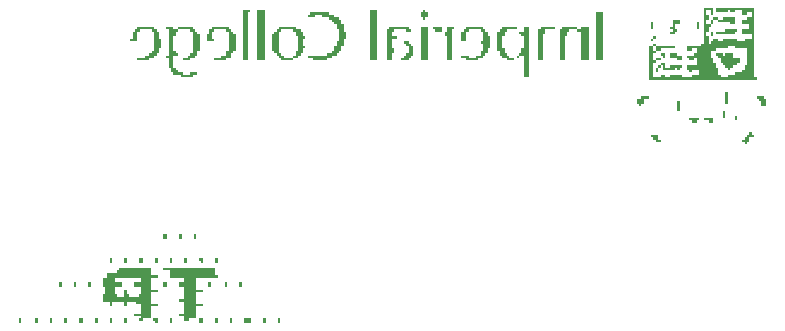
<source format=gbo>
G04*
G04 #@! TF.GenerationSoftware,Altium Limited,Altium Designer,19.1.6 (110)*
G04*
G04 Layer_Color=32896*
%FSLAX43Y43*%
%MOMM*%
G71*
G01*
G75*
G36*
X96172Y58822D02*
Y58619D01*
Y58416D01*
Y58212D01*
Y58009D01*
Y57806D01*
Y57603D01*
Y57400D01*
Y57196D01*
Y56993D01*
Y56790D01*
Y56587D01*
Y56384D01*
Y56180D01*
Y55977D01*
Y55774D01*
Y55571D01*
Y55368D01*
Y55164D01*
Y54961D01*
Y54758D01*
Y54555D01*
Y54352D01*
Y54148D01*
Y53945D01*
Y53742D01*
Y53539D01*
Y53336D01*
Y53132D01*
X96376D01*
Y52929D01*
X87232D01*
Y53132D01*
Y53336D01*
Y53539D01*
Y53742D01*
Y53945D01*
Y54148D01*
Y54352D01*
Y54555D01*
Y54758D01*
Y54961D01*
Y55164D01*
Y55368D01*
Y55571D01*
Y55774D01*
X87638D01*
Y55571D01*
Y55368D01*
X87841D01*
Y55164D01*
X87638D01*
Y54961D01*
Y54758D01*
Y54555D01*
X87841D01*
Y54352D01*
X87638D01*
Y54148D01*
Y53945D01*
Y53742D01*
Y53539D01*
Y53336D01*
Y53132D01*
X88248D01*
Y53336D01*
X88654D01*
Y53132D01*
X89060D01*
Y53336D01*
X90076D01*
Y53132D01*
X90889D01*
Y53336D01*
X91499D01*
Y53539D01*
Y53742D01*
X90889D01*
Y53539D01*
X90686D01*
Y53742D01*
X90483D01*
Y53945D01*
Y54148D01*
X91296D01*
Y54352D01*
Y54555D01*
Y54758D01*
X91092D01*
Y54555D01*
X90686D01*
Y54758D01*
X90483D01*
Y54961D01*
X91092D01*
Y55164D01*
X91296D01*
Y55368D01*
Y55571D01*
X90889D01*
Y55368D01*
X90483D01*
Y55571D01*
Y55774D01*
X91702D01*
Y55977D01*
X91905D01*
Y56180D01*
Y56384D01*
Y56587D01*
Y56790D01*
Y56993D01*
Y57196D01*
Y57400D01*
Y57603D01*
Y57806D01*
Y58009D01*
Y58212D01*
Y58416D01*
Y58619D01*
Y58822D01*
Y59025D01*
X92718D01*
Y58822D01*
Y58619D01*
Y58416D01*
X92515D01*
Y58619D01*
Y58822D01*
X92108D01*
Y58619D01*
Y58416D01*
X92312D01*
Y58212D01*
Y58009D01*
X92108D01*
Y57806D01*
Y57603D01*
X92515D01*
Y57400D01*
X92312D01*
Y57196D01*
Y56993D01*
X92108D01*
Y56790D01*
Y56587D01*
X92312D01*
Y56384D01*
Y56180D01*
Y55977D01*
X92515D01*
Y56180D01*
X92718D01*
Y56384D01*
X93124D01*
Y56180D01*
X93531D01*
Y56384D01*
X94750D01*
Y56180D01*
X95360D01*
Y56384D01*
X95969D01*
Y56587D01*
Y56790D01*
X95156D01*
Y56993D01*
Y57196D01*
X95766D01*
Y57400D01*
Y57603D01*
X95156D01*
Y57806D01*
Y58009D01*
X95563D01*
Y58212D01*
X95969D01*
Y58416D01*
Y58619D01*
X95563D01*
Y58416D01*
X95156D01*
Y58619D01*
Y58822D01*
X94547D01*
Y58619D01*
X94140D01*
Y58822D01*
X93937D01*
Y58619D01*
X92921D01*
Y58822D01*
Y59025D01*
X96172D01*
Y58822D01*
D02*
G37*
G36*
X94547Y58009D02*
Y57806D01*
Y57603D01*
X94140D01*
Y57806D01*
X93124D01*
Y58009D01*
X92718D01*
Y58212D01*
X93124D01*
Y58009D01*
X93531D01*
Y58212D01*
X94547D01*
Y58009D01*
D02*
G37*
G36*
X68334Y58619D02*
X68537D01*
Y58416D01*
Y58212D01*
X68334D01*
Y58009D01*
X68131D01*
Y58212D01*
X67928D01*
Y58416D01*
Y58619D01*
X68131D01*
Y58822D01*
X68334D01*
Y58619D01*
D02*
G37*
G36*
X92718Y57806D02*
Y57603D01*
X92515D01*
Y57806D01*
Y58009D01*
X92718D01*
Y57806D01*
D02*
G37*
G36*
X91499Y57603D02*
Y57400D01*
Y57196D01*
X91296D01*
Y57400D01*
Y57603D01*
Y57806D01*
X91499D01*
Y57603D01*
D02*
G37*
G36*
X87638D02*
Y57400D01*
Y57196D01*
X87435D01*
Y57400D01*
Y57603D01*
Y57806D01*
X87638D01*
Y57603D01*
D02*
G37*
G36*
X82152Y57196D02*
Y56993D01*
Y56790D01*
Y56587D01*
Y56384D01*
Y56180D01*
Y55977D01*
Y55774D01*
Y55571D01*
Y55368D01*
Y55164D01*
Y54961D01*
Y54758D01*
Y54555D01*
X81542D01*
Y54758D01*
Y54961D01*
Y55164D01*
Y55368D01*
Y55571D01*
Y55774D01*
Y55977D01*
Y56180D01*
Y56384D01*
Y56587D01*
Y56790D01*
Y56993D01*
X81136D01*
Y57196D01*
X80526D01*
Y56993D01*
X80323D01*
Y56790D01*
Y56587D01*
X80120D01*
Y56384D01*
Y56180D01*
Y55977D01*
Y55774D01*
Y55571D01*
Y55368D01*
Y55164D01*
Y54961D01*
Y54758D01*
Y54555D01*
X79713D01*
Y54758D01*
Y54961D01*
Y55164D01*
Y55368D01*
Y55571D01*
Y55774D01*
Y55977D01*
Y56180D01*
Y56384D01*
Y56587D01*
Y56790D01*
Y56993D01*
Y57196D01*
X79916D01*
Y57400D01*
X81136D01*
Y57196D01*
X81542D01*
Y57400D01*
X82152D01*
Y57196D01*
D02*
G37*
G36*
X69756D02*
Y56993D01*
X69147D01*
Y57196D01*
X68944D01*
Y57400D01*
X69756D01*
Y57196D01*
D02*
G37*
G36*
X66912D02*
X67115D01*
Y56993D01*
X66708D01*
Y57196D01*
X65692D01*
Y56993D01*
X65489D01*
Y56790D01*
Y56587D01*
X65896D01*
Y56384D01*
X65489D01*
Y56180D01*
Y55977D01*
Y55774D01*
Y55571D01*
X65692D01*
Y55368D01*
Y55164D01*
X65489D01*
Y54961D01*
Y54758D01*
Y54555D01*
X65083D01*
Y54758D01*
Y54961D01*
Y55164D01*
Y55368D01*
Y55571D01*
Y55774D01*
Y55977D01*
Y56180D01*
Y56384D01*
Y56587D01*
Y56790D01*
Y56993D01*
Y57196D01*
X65286D01*
Y57400D01*
X66912D01*
Y57196D01*
D02*
G37*
G36*
X94750Y56993D02*
X94547D01*
Y56790D01*
X92921D01*
Y56993D01*
X93734D01*
Y57196D01*
X94750D01*
Y56993D01*
D02*
G37*
G36*
X89873Y57806D02*
Y57603D01*
X89467D01*
Y57400D01*
Y57196D01*
X89670D01*
Y56993D01*
X89467D01*
Y56790D01*
X89060D01*
Y56993D01*
X89264D01*
Y57196D01*
X89060D01*
Y57400D01*
X89264D01*
Y57603D01*
Y57806D01*
Y58009D01*
X89873D01*
Y57806D01*
D02*
G37*
G36*
X92718Y56790D02*
Y56587D01*
X92515D01*
Y56790D01*
Y56993D01*
X92718D01*
Y56790D01*
D02*
G37*
G36*
X87841Y56384D02*
X87638D01*
Y56587D01*
X87841D01*
Y56384D01*
D02*
G37*
G36*
X87638Y56180D02*
X87435D01*
Y56384D01*
X87638D01*
Y56180D01*
D02*
G37*
G36*
X87841Y55774D02*
X89467D01*
Y55571D01*
X88248D01*
Y55368D01*
X87841D01*
Y55571D01*
Y55774D01*
X87638D01*
Y55977D01*
X87841D01*
Y55774D01*
D02*
G37*
G36*
X88654Y54961D02*
Y54758D01*
X88451D01*
Y54961D01*
X88248D01*
Y55164D01*
X88654D01*
Y54961D01*
D02*
G37*
G36*
X76259Y54758D02*
X76056D01*
Y54961D01*
X76259D01*
Y54758D01*
D02*
G37*
G36*
X73211Y57196D02*
X73414D01*
Y56993D01*
X73617D01*
Y56790D01*
Y56587D01*
X73820D01*
Y56384D01*
Y56180D01*
Y55977D01*
Y55774D01*
Y55571D01*
X73617D01*
Y55368D01*
Y55164D01*
X73414D01*
Y54961D01*
X73211D01*
Y54758D01*
X72804D01*
Y54555D01*
X71788D01*
Y54758D01*
X71382D01*
Y54961D01*
X71992D01*
Y54758D01*
X72601D01*
Y54961D01*
X73008D01*
Y55164D01*
Y55368D01*
X73211D01*
Y55571D01*
Y55774D01*
Y55977D01*
X73008D01*
Y56180D01*
X73211D01*
Y56384D01*
Y56587D01*
Y56790D01*
Y56993D01*
X73008D01*
Y57196D01*
X71992D01*
Y56993D01*
X71788D01*
Y56790D01*
Y56587D01*
Y56384D01*
Y56180D01*
X71382D01*
Y56384D01*
Y56587D01*
Y56790D01*
Y56993D01*
X71585D01*
Y57196D01*
X71788D01*
Y57400D01*
X73211D01*
Y57196D01*
D02*
G37*
G36*
X57361D02*
X57768D01*
Y56993D01*
X57971D01*
Y56790D01*
Y56587D01*
X58174D01*
Y56384D01*
X57971D01*
Y56180D01*
Y55977D01*
Y55774D01*
X58174D01*
Y55571D01*
X57971D01*
Y55368D01*
Y55164D01*
X57768D01*
Y54961D01*
X57564D01*
Y54758D01*
X57158D01*
Y54961D01*
X57361D01*
Y55164D01*
Y55368D01*
X57564D01*
Y55571D01*
Y55774D01*
Y55977D01*
Y56180D01*
Y56384D01*
Y56587D01*
X57361D01*
Y56790D01*
Y56993D01*
X57158D01*
Y57196D01*
X56142D01*
Y56993D01*
X55939D01*
Y56790D01*
Y56587D01*
Y56384D01*
Y56180D01*
Y55977D01*
Y55774D01*
Y55571D01*
Y55368D01*
Y55164D01*
X56142D01*
Y54961D01*
X56345D01*
Y54758D01*
X57158D01*
Y54555D01*
X56142D01*
Y54758D01*
X55939D01*
Y54961D01*
X55736D01*
Y55164D01*
X55532D01*
Y55368D01*
X55329D01*
Y55571D01*
Y55774D01*
Y55977D01*
Y56180D01*
Y56384D01*
Y56587D01*
Y56790D01*
X55532D01*
Y56993D01*
X55736D01*
Y57196D01*
X55939D01*
Y57400D01*
X57361D01*
Y57196D01*
D02*
G37*
G36*
X89670Y54961D02*
X90076D01*
Y54758D01*
Y54555D01*
X89670D01*
Y54758D01*
X89060D01*
Y54961D01*
Y55164D01*
X89670D01*
Y54961D01*
D02*
G37*
G36*
X88248Y54555D02*
X87841D01*
Y54758D01*
X88248D01*
Y54555D01*
D02*
G37*
G36*
X83371Y58416D02*
Y58212D01*
Y58009D01*
Y57806D01*
Y57603D01*
Y57400D01*
Y57196D01*
Y56993D01*
Y56790D01*
Y56587D01*
Y56384D01*
Y56180D01*
Y55977D01*
Y55774D01*
Y55571D01*
Y55368D01*
Y55164D01*
Y54961D01*
Y54758D01*
Y54555D01*
X82761D01*
Y54758D01*
Y54961D01*
Y55164D01*
Y55368D01*
Y55571D01*
Y55774D01*
Y55977D01*
Y56180D01*
Y56384D01*
Y56587D01*
Y56790D01*
Y56993D01*
Y57196D01*
Y57400D01*
Y57603D01*
Y57806D01*
Y58009D01*
Y58212D01*
Y58416D01*
Y58619D01*
X83371D01*
Y58416D01*
D02*
G37*
G36*
X79307Y57196D02*
X78494D01*
Y56993D01*
Y56790D01*
X78291D01*
Y56587D01*
Y56384D01*
Y56180D01*
Y55977D01*
Y55774D01*
Y55571D01*
Y55368D01*
Y55164D01*
Y54961D01*
Y54758D01*
Y54555D01*
X77884D01*
Y54758D01*
Y54961D01*
Y55164D01*
Y55368D01*
Y55571D01*
Y55774D01*
Y55977D01*
Y56180D01*
Y56384D01*
Y56587D01*
Y56790D01*
Y56993D01*
Y57196D01*
X78088D01*
Y57400D01*
X79307D01*
Y57196D01*
D02*
G37*
G36*
X76056D02*
X75243D01*
Y56993D01*
X75040D01*
Y56790D01*
Y56587D01*
X74836D01*
Y56384D01*
Y56180D01*
Y55977D01*
Y55774D01*
Y55571D01*
X75040D01*
Y55368D01*
Y55164D01*
X75243D01*
Y54961D01*
X75446D01*
Y54758D01*
X75852D01*
Y54555D01*
X75243D01*
Y54758D01*
X74836D01*
Y54961D01*
X74633D01*
Y55164D01*
Y55368D01*
X74430D01*
Y55571D01*
Y55774D01*
Y55977D01*
Y56180D01*
Y56384D01*
Y56587D01*
Y56790D01*
Y56993D01*
X74633D01*
Y57196D01*
X74836D01*
Y57400D01*
X76056D01*
Y57196D01*
D02*
G37*
G36*
X70772D02*
X70569D01*
Y56993D01*
Y56790D01*
Y56587D01*
Y56384D01*
Y56180D01*
Y55977D01*
Y55774D01*
Y55571D01*
Y55368D01*
Y55164D01*
Y54961D01*
Y54758D01*
Y54555D01*
X70163D01*
Y54758D01*
Y54961D01*
Y55164D01*
Y55368D01*
Y55571D01*
Y55774D01*
Y55977D01*
Y56180D01*
Y56384D01*
Y56587D01*
X69960D01*
Y56790D01*
Y56993D01*
X70163D01*
Y57196D01*
Y57400D01*
X70772D01*
Y57196D01*
D02*
G37*
G36*
X68537D02*
Y56993D01*
Y56790D01*
Y56587D01*
Y56384D01*
Y56180D01*
Y55977D01*
Y55774D01*
Y55571D01*
Y55368D01*
Y55164D01*
Y54961D01*
Y54758D01*
Y54555D01*
X67928D01*
Y54758D01*
Y54961D01*
Y55164D01*
Y55368D01*
Y55571D01*
Y55774D01*
Y55977D01*
Y56180D01*
Y56384D01*
Y56587D01*
Y56790D01*
Y56993D01*
Y57196D01*
Y57400D01*
X68537D01*
Y57196D01*
D02*
G37*
G36*
X66912Y55977D02*
X67115D01*
Y55774D01*
X67318D01*
Y55571D01*
Y55368D01*
Y55164D01*
Y54961D01*
X67115D01*
Y54758D01*
X66912D01*
Y54555D01*
X66302D01*
Y54758D01*
X66505D01*
Y54961D01*
X66708D01*
Y55164D01*
X66912D01*
Y55368D01*
Y55571D01*
Y55774D01*
X66708D01*
Y55977D01*
X66505D01*
Y56180D01*
X66912D01*
Y55977D01*
D02*
G37*
G36*
X64270Y58619D02*
Y58416D01*
Y58212D01*
Y58009D01*
Y57806D01*
Y57603D01*
Y57400D01*
Y57196D01*
Y56993D01*
Y56790D01*
Y56587D01*
Y56384D01*
Y56180D01*
Y55977D01*
Y55774D01*
Y55571D01*
Y55368D01*
Y55164D01*
Y54961D01*
Y54758D01*
Y54555D01*
X63660D01*
Y54758D01*
Y54961D01*
Y55164D01*
Y55368D01*
Y55571D01*
Y55774D01*
Y55977D01*
Y56180D01*
Y56384D01*
Y56587D01*
Y56790D01*
Y56993D01*
Y57196D01*
Y57400D01*
Y57603D01*
Y57806D01*
Y58009D01*
Y58212D01*
Y58416D01*
Y58619D01*
Y58822D01*
X64270D01*
Y58619D01*
D02*
G37*
G36*
X60206Y58416D02*
X60612D01*
Y58212D01*
X61019D01*
Y58009D01*
X61222D01*
Y57806D01*
Y57603D01*
X61425D01*
Y57400D01*
Y57196D01*
Y56993D01*
X61628D01*
Y56790D01*
Y56587D01*
Y56384D01*
X61425D01*
Y56180D01*
Y55977D01*
Y55774D01*
X61222D01*
Y55571D01*
Y55368D01*
X61019D01*
Y55164D01*
X60816D01*
Y54961D01*
X60409D01*
Y54758D01*
X60003D01*
Y54555D01*
X58784D01*
Y54758D01*
X58377D01*
Y54961D01*
X60003D01*
Y55164D01*
X60409D01*
Y55368D01*
X60612D01*
Y55571D01*
Y55774D01*
X60816D01*
Y55977D01*
Y56180D01*
X61019D01*
Y56384D01*
Y56587D01*
Y56790D01*
Y56993D01*
Y57196D01*
X60816D01*
Y57400D01*
Y57603D01*
X60612D01*
Y57806D01*
X60409D01*
Y58009D01*
X60206D01*
Y58212D01*
X59596D01*
Y58416D01*
X58987D01*
Y58212D01*
X58377D01*
Y58416D01*
X58580D01*
Y58619D01*
X60206D01*
Y58416D01*
D02*
G37*
G36*
X54720Y58619D02*
Y58416D01*
Y58212D01*
Y58009D01*
Y57806D01*
Y57603D01*
Y57400D01*
Y57196D01*
Y56993D01*
Y56790D01*
Y56587D01*
Y56384D01*
Y56180D01*
Y55977D01*
Y55774D01*
Y55571D01*
Y55368D01*
Y55164D01*
Y54961D01*
Y54758D01*
Y54555D01*
X54110D01*
Y54758D01*
Y54961D01*
Y55164D01*
Y55368D01*
Y55571D01*
Y55774D01*
Y55977D01*
Y56180D01*
Y56384D01*
Y56587D01*
Y56790D01*
Y56993D01*
Y57196D01*
Y57400D01*
Y57603D01*
Y57806D01*
Y58009D01*
Y58212D01*
Y58416D01*
Y58619D01*
Y58822D01*
X54720D01*
Y58619D01*
D02*
G37*
G36*
X53500D02*
X53297D01*
Y58416D01*
Y58212D01*
Y58009D01*
Y57806D01*
Y57603D01*
Y57400D01*
Y57196D01*
Y56993D01*
Y56790D01*
Y56587D01*
Y56384D01*
Y56180D01*
Y55977D01*
Y55774D01*
Y55571D01*
Y55368D01*
Y55164D01*
Y54961D01*
Y54758D01*
Y54555D01*
X52891D01*
Y54758D01*
Y54961D01*
Y55164D01*
Y55368D01*
Y55571D01*
Y55774D01*
Y55977D01*
Y56180D01*
Y56384D01*
Y56587D01*
Y56790D01*
Y56993D01*
Y57196D01*
Y57400D01*
Y57603D01*
Y57806D01*
Y58009D01*
Y58212D01*
Y58416D01*
Y58619D01*
Y58822D01*
X53500D01*
Y58619D01*
D02*
G37*
G36*
X51672Y57196D02*
X51875D01*
Y56993D01*
X52078D01*
Y56790D01*
X52281D01*
Y56587D01*
Y56384D01*
Y56180D01*
Y55977D01*
Y55774D01*
Y55571D01*
Y55368D01*
X52078D01*
Y55164D01*
X51875D01*
Y54961D01*
Y54758D01*
X51468D01*
Y54555D01*
X50452D01*
Y54758D01*
X51062D01*
Y54961D01*
X51468D01*
Y55164D01*
Y55368D01*
X51672D01*
Y55571D01*
Y55774D01*
Y55977D01*
Y56180D01*
Y56384D01*
Y56587D01*
Y56790D01*
Y56993D01*
X51468D01*
Y57196D01*
X50452D01*
Y56993D01*
X50249D01*
Y56790D01*
Y56587D01*
Y56384D01*
X50452D01*
Y56180D01*
X49843D01*
Y56384D01*
Y56587D01*
Y56790D01*
X50046D01*
Y56993D01*
Y57196D01*
X50249D01*
Y57400D01*
X51672D01*
Y57196D01*
D02*
G37*
G36*
X48624D02*
X48827D01*
Y56993D01*
X49030D01*
Y56790D01*
X49233D01*
Y56587D01*
Y56384D01*
Y56180D01*
Y55977D01*
Y55774D01*
Y55571D01*
Y55368D01*
X49030D01*
Y55164D01*
Y54961D01*
X48827D01*
Y54758D01*
X48420D01*
Y54555D01*
X47811D01*
Y54758D01*
X48217D01*
Y54961D01*
X48420D01*
Y55164D01*
X48624D01*
Y55368D01*
Y55571D01*
Y55774D01*
Y55977D01*
Y56180D01*
Y56384D01*
Y56587D01*
Y56790D01*
Y56993D01*
X48420D01*
Y57196D01*
X47404D01*
Y57400D01*
X48624D01*
Y57196D01*
D02*
G37*
G36*
X45372D02*
X45576D01*
Y56993D01*
X45779D01*
Y56790D01*
Y56587D01*
Y56384D01*
X45982D01*
Y56180D01*
Y55977D01*
Y55774D01*
Y55571D01*
X45779D01*
Y55368D01*
Y55164D01*
X45576D01*
Y54961D01*
X45372D01*
Y54758D01*
X44966D01*
Y54555D01*
X43950D01*
Y54758D01*
X44560D01*
Y54961D01*
X44966D01*
Y55164D01*
X45169D01*
Y55368D01*
X45372D01*
Y55571D01*
Y55774D01*
Y55977D01*
Y56180D01*
Y56384D01*
Y56587D01*
Y56790D01*
Y56993D01*
X45169D01*
Y57196D01*
X44153D01*
Y56993D01*
X43950D01*
Y56790D01*
Y56587D01*
Y56384D01*
Y56180D01*
X43340D01*
Y56384D01*
X43544D01*
Y56587D01*
Y56790D01*
Y56993D01*
X43747D01*
Y57196D01*
X43950D01*
Y57400D01*
X45372D01*
Y57196D01*
D02*
G37*
G36*
X88248Y53945D02*
X88044D01*
Y54148D01*
X88248D01*
Y53945D01*
D02*
G37*
G36*
X88654Y54148D02*
Y53945D01*
X89060D01*
Y54148D01*
X90076D01*
Y53945D01*
X89873D01*
Y53742D01*
X89670D01*
Y53945D01*
X89467D01*
Y53742D01*
X88451D01*
Y53945D01*
Y54148D01*
X88248D01*
Y54352D01*
X88654D01*
Y54148D01*
D02*
G37*
G36*
X88044Y53742D02*
Y53539D01*
X87841D01*
Y53742D01*
Y53945D01*
X88044D01*
Y53742D01*
D02*
G37*
G36*
X77072Y57196D02*
Y56993D01*
Y56790D01*
Y56587D01*
Y56384D01*
Y56180D01*
Y55977D01*
Y55774D01*
Y55571D01*
Y55368D01*
Y55164D01*
Y54961D01*
Y54758D01*
Y54555D01*
Y54352D01*
Y54148D01*
Y53945D01*
Y53742D01*
Y53539D01*
Y53336D01*
Y53132D01*
X76665D01*
Y53336D01*
Y53539D01*
Y53742D01*
Y53945D01*
Y54148D01*
Y54352D01*
Y54555D01*
Y54758D01*
Y54961D01*
X76259D01*
Y55164D01*
X76462D01*
Y55368D01*
Y55571D01*
X76665D01*
Y55774D01*
Y55977D01*
Y56180D01*
Y56384D01*
Y56587D01*
X76462D01*
Y56790D01*
X76259D01*
Y56993D01*
X76665D01*
Y57196D01*
Y57400D01*
X77072D01*
Y57196D01*
D02*
G37*
G36*
X46998D02*
X47404D01*
Y56993D01*
X47201D01*
Y56790D01*
Y56587D01*
X46998D01*
Y56384D01*
Y56180D01*
Y55977D01*
Y55774D01*
Y55571D01*
Y55368D01*
X47201D01*
Y55164D01*
X47404D01*
Y54961D01*
X46998D01*
Y54758D01*
Y54555D01*
Y54352D01*
Y54148D01*
Y53945D01*
X47201D01*
Y53742D01*
X47404D01*
Y53539D01*
X47811D01*
Y53336D01*
X48420D01*
Y53539D01*
X49030D01*
Y53336D01*
X48624D01*
Y53132D01*
X47608D01*
Y53336D01*
X46998D01*
Y53539D01*
X46795D01*
Y53742D01*
Y53945D01*
X46592D01*
Y54148D01*
Y54352D01*
Y54555D01*
Y54758D01*
X46388D01*
Y54961D01*
X46592D01*
Y55164D01*
Y55368D01*
Y55571D01*
Y55774D01*
Y55977D01*
Y56180D01*
Y56384D01*
Y56587D01*
Y56790D01*
Y56993D01*
Y57196D01*
X46388D01*
Y57400D01*
X46998D01*
Y57196D01*
D02*
G37*
G36*
X93937Y51710D02*
Y51507D01*
Y51304D01*
Y51100D01*
Y50897D01*
X93734D01*
Y51100D01*
Y51304D01*
Y51507D01*
Y51710D01*
Y51913D01*
X93937D01*
Y51710D01*
D02*
G37*
G36*
X96985Y51304D02*
X97188D01*
Y51100D01*
Y50897D01*
Y50694D01*
X96782D01*
Y50897D01*
Y51100D01*
X96579D01*
Y51304D01*
X96376D01*
Y51507D01*
X96985D01*
Y51304D01*
D02*
G37*
G36*
X87232D02*
X86825D01*
Y51100D01*
Y50897D01*
X86622D01*
Y50694D01*
X86419D01*
Y50897D01*
X86216D01*
Y51100D01*
Y51304D01*
X86622D01*
Y51507D01*
X87232D01*
Y51304D01*
D02*
G37*
G36*
X89873Y50897D02*
Y50694D01*
Y50491D01*
Y50288D01*
X89670D01*
Y50491D01*
Y50694D01*
Y50897D01*
Y51100D01*
X89873D01*
Y50897D01*
D02*
G37*
G36*
X93734Y50084D02*
Y49881D01*
Y49678D01*
X93531D01*
Y49881D01*
Y50084D01*
Y50288D01*
X93734D01*
Y50084D01*
D02*
G37*
G36*
X94750Y49678D02*
Y49475D01*
X94547D01*
Y49678D01*
Y49881D01*
X94750D01*
Y49678D01*
D02*
G37*
G36*
X92718Y49475D02*
Y49272D01*
X92312D01*
Y49475D01*
X91905D01*
Y49678D01*
X92718D01*
Y49475D01*
D02*
G37*
G36*
X91499D02*
X91296D01*
Y49272D01*
X90889D01*
Y49475D01*
X90686D01*
Y49678D01*
X91499D01*
Y49475D01*
D02*
G37*
G36*
X88044Y48052D02*
Y47849D01*
X88248D01*
Y47646D01*
X87841D01*
Y47849D01*
X87638D01*
Y48052D01*
X87435D01*
Y48256D01*
X88044D01*
Y48052D01*
D02*
G37*
G36*
X95969Y48256D02*
X96172D01*
Y48052D01*
X95766D01*
Y47849D01*
Y47646D01*
X95563D01*
Y47443D01*
X95360D01*
Y47646D01*
X95156D01*
Y47849D01*
X95360D01*
Y48052D01*
X95563D01*
Y48256D01*
X95766D01*
Y48459D01*
X95969D01*
Y48256D01*
D02*
G37*
G36*
X48937Y39624D02*
Y39421D01*
X48734D01*
Y39624D01*
Y39827D01*
X48937D01*
Y39624D01*
D02*
G37*
G36*
X47718D02*
Y39421D01*
X47514D01*
Y39624D01*
Y39827D01*
X47718D01*
Y39624D01*
D02*
G37*
G36*
X46498D02*
Y39421D01*
X46092D01*
Y39624D01*
Y39827D01*
X46498D01*
Y39624D01*
D02*
G37*
G36*
X50766Y37592D02*
Y37389D01*
X50562D01*
Y37592D01*
Y37795D01*
X50766D01*
Y37592D01*
D02*
G37*
G36*
X49546D02*
Y37389D01*
X49343D01*
Y37592D01*
X49140D01*
Y37795D01*
X49546D01*
Y37592D01*
D02*
G37*
G36*
X48124D02*
Y37389D01*
X47921D01*
Y37592D01*
Y37795D01*
X48124D01*
Y37592D01*
D02*
G37*
G36*
X46905D02*
Y37389D01*
X46702D01*
Y37592D01*
Y37795D01*
X46905D01*
Y37592D01*
D02*
G37*
G36*
X45686D02*
Y37389D01*
X45482D01*
Y37592D01*
Y37795D01*
X45686D01*
Y37592D01*
D02*
G37*
G36*
X44466D02*
Y37389D01*
X44060D01*
Y37592D01*
Y37795D01*
X44466D01*
Y37592D01*
D02*
G37*
G36*
X43044D02*
Y37389D01*
X42841D01*
Y37592D01*
Y37795D01*
X43044D01*
Y37592D01*
D02*
G37*
G36*
X41825D02*
Y37389D01*
X41622D01*
Y37592D01*
Y37795D01*
X41825D01*
Y37592D01*
D02*
G37*
G36*
X52798Y35560D02*
Y35357D01*
X52594D01*
Y35560D01*
Y35763D01*
X52798D01*
Y35560D01*
D02*
G37*
G36*
X51578D02*
Y35357D01*
X51375D01*
Y35560D01*
Y35763D01*
X51578D01*
Y35560D01*
D02*
G37*
G36*
X50156D02*
Y35357D01*
X49953D01*
Y35560D01*
Y35763D01*
X50156D01*
Y35560D01*
D02*
G37*
G36*
X46498D02*
Y35357D01*
X46092D01*
Y35560D01*
Y35763D01*
X46498D01*
Y35560D01*
D02*
G37*
G36*
X39996D02*
Y35357D01*
X39793D01*
Y35560D01*
Y35763D01*
X39996D01*
Y35560D01*
D02*
G37*
G36*
X38777D02*
Y35357D01*
X38574D01*
Y35560D01*
Y35763D01*
X38777D01*
Y35560D01*
D02*
G37*
G36*
X37558D02*
Y35357D01*
X37354D01*
Y35560D01*
Y35763D01*
X37558D01*
Y35560D01*
D02*
G37*
G36*
X50562Y36779D02*
Y36576D01*
Y36373D01*
X50766D01*
Y36170D01*
X48937D01*
Y35966D01*
Y35763D01*
Y35560D01*
Y35357D01*
Y35154D01*
X49546D01*
Y34950D01*
X48937D01*
Y34747D01*
Y34544D01*
Y34341D01*
Y34138D01*
Y33934D01*
X49546D01*
Y33731D01*
X48937D01*
Y33528D01*
Y33325D01*
Y33122D01*
Y32918D01*
Y32715D01*
X48327D01*
Y32512D01*
X47921D01*
Y32715D01*
Y32918D01*
X47514D01*
Y33122D01*
X47921D01*
Y33325D01*
Y33528D01*
Y33731D01*
Y33934D01*
Y34138D01*
X47514D01*
Y34341D01*
X47921D01*
Y34544D01*
Y34747D01*
Y34950D01*
Y35154D01*
Y35357D01*
X47514D01*
Y35560D01*
Y35763D01*
X47921D01*
Y35966D01*
Y36170D01*
X46702D01*
Y36373D01*
Y36576D01*
Y36779D01*
X46092D01*
Y36982D01*
X50562D01*
Y36779D01*
D02*
G37*
G36*
X45076D02*
Y36576D01*
Y36373D01*
X45686D01*
Y36170D01*
X45076D01*
Y35966D01*
Y35763D01*
Y35560D01*
Y35357D01*
Y35154D01*
X45686D01*
Y34950D01*
X45076D01*
Y34747D01*
Y34544D01*
Y34341D01*
Y34138D01*
Y33934D01*
X45686D01*
Y33731D01*
X45076D01*
Y33528D01*
Y33325D01*
Y33122D01*
Y32918D01*
Y32715D01*
X44466D01*
Y32512D01*
X44060D01*
Y32715D01*
X44263D01*
Y32918D01*
X43654D01*
Y33122D01*
X44263D01*
Y33325D01*
Y33528D01*
Y33731D01*
Y33934D01*
X43857D01*
Y34138D01*
X43044D01*
Y33934D01*
Y33731D01*
X42841D01*
Y33934D01*
Y34138D01*
X41825D01*
Y33934D01*
Y33731D01*
X41622D01*
Y33934D01*
Y34138D01*
X41012D01*
Y34341D01*
Y34544D01*
Y34747D01*
X41215D01*
Y34950D01*
Y35154D01*
Y35357D01*
X41012D01*
Y35560D01*
Y35763D01*
Y35966D01*
Y36170D01*
X41418D01*
Y36373D01*
Y36576D01*
X42231D01*
Y36779D01*
X42434D01*
Y36982D01*
X45076D01*
Y36779D01*
D02*
G37*
G36*
X56049Y32512D02*
Y32309D01*
X55846D01*
Y32512D01*
Y32715D01*
X56049D01*
Y32512D01*
D02*
G37*
G36*
X54830D02*
Y32309D01*
X54626D01*
Y32512D01*
Y32715D01*
X54830D01*
Y32512D01*
D02*
G37*
G36*
X53610D02*
Y32309D01*
X53001D01*
Y32512D01*
Y32715D01*
X53610D01*
Y32512D01*
D02*
G37*
G36*
X51985D02*
Y32309D01*
X51782D01*
Y32512D01*
Y32715D01*
X51985D01*
Y32512D01*
D02*
G37*
G36*
X50766D02*
Y32309D01*
X50562D01*
Y32512D01*
Y32715D01*
X50766D01*
Y32512D01*
D02*
G37*
G36*
X49546D02*
Y32309D01*
X49140D01*
Y32512D01*
Y32715D01*
X49546D01*
Y32512D01*
D02*
G37*
G36*
X46905D02*
Y32309D01*
X46702D01*
Y32512D01*
Y32715D01*
X46905D01*
Y32512D01*
D02*
G37*
G36*
X45686D02*
Y32309D01*
X45482D01*
Y32512D01*
X45279D01*
Y32715D01*
X45686D01*
Y32512D01*
D02*
G37*
G36*
X43044D02*
Y32309D01*
X42841D01*
Y32512D01*
Y32715D01*
X43044D01*
Y32512D01*
D02*
G37*
G36*
X41825D02*
Y32309D01*
X41622D01*
Y32512D01*
Y32715D01*
X41825D01*
Y32512D01*
D02*
G37*
G36*
X40606D02*
Y32309D01*
X40402D01*
Y32512D01*
Y32715D01*
X40606D01*
Y32512D01*
D02*
G37*
G36*
X39386D02*
Y32309D01*
X38980D01*
Y32512D01*
Y32715D01*
X39386D01*
Y32512D01*
D02*
G37*
G36*
X37964D02*
Y32309D01*
X37761D01*
Y32512D01*
Y32715D01*
X37964D01*
Y32512D01*
D02*
G37*
G36*
X36745D02*
Y32309D01*
X36542D01*
Y32512D01*
Y32715D01*
X36745D01*
Y32512D01*
D02*
G37*
G36*
X35526D02*
Y32309D01*
X35322D01*
Y32512D01*
Y32715D01*
X35526D01*
Y32512D01*
D02*
G37*
G36*
X34103D02*
Y32309D01*
X33900D01*
Y32512D01*
Y32715D01*
X34103D01*
Y32512D01*
D02*
G37*
%LPC*%
G36*
X94547Y55774D02*
X93937D01*
Y55571D01*
X92921D01*
Y55368D01*
X92515D01*
Y55164D01*
Y54961D01*
Y54758D01*
X92718D01*
Y54555D01*
Y54352D01*
X92921D01*
Y54148D01*
Y53945D01*
X93124D01*
Y53742D01*
Y53539D01*
Y53336D01*
X93328D01*
Y53132D01*
X93937D01*
Y53336D01*
X94547D01*
Y53539D01*
X95156D01*
Y53742D01*
X95360D01*
Y53945D01*
Y54148D01*
X95563D01*
Y54352D01*
Y54555D01*
Y54758D01*
Y54961D01*
Y55164D01*
Y55368D01*
Y55571D01*
X94547D01*
Y55774D01*
D02*
G37*
%LPD*%
G36*
X94344Y54961D02*
Y54758D01*
X94953D01*
Y54555D01*
Y54352D01*
X94750D01*
Y54148D01*
X94344D01*
Y53945D01*
X94140D01*
Y53742D01*
X93937D01*
Y53945D01*
X93734D01*
Y54148D01*
X93531D01*
Y54352D01*
X93328D01*
Y54555D01*
Y54758D01*
X93124D01*
Y54961D01*
X92921D01*
Y55164D01*
X93531D01*
Y54961D01*
X93734D01*
Y55164D01*
X94344D01*
Y54961D01*
D02*
G37*
%LPC*%
G36*
X44263Y36170D02*
X42028D01*
Y35966D01*
Y35763D01*
X42638D01*
Y35560D01*
Y35357D01*
X42028D01*
Y35154D01*
Y34950D01*
Y34747D01*
X42231D01*
Y34544D01*
X42841D01*
Y34747D01*
Y34950D01*
Y35154D01*
X43044D01*
Y34950D01*
Y34747D01*
X43247D01*
Y34544D01*
X44060D01*
Y34747D01*
X44263D01*
Y34950D01*
Y35154D01*
Y35357D01*
X43654D01*
Y35560D01*
Y35763D01*
X44263D01*
Y35966D01*
Y36170D01*
D02*
G37*
%LPD*%
M02*

</source>
